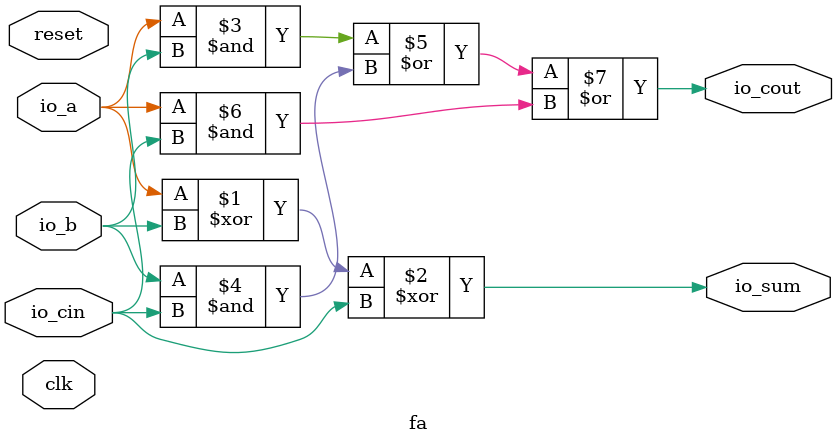
<source format=v>
module fa(
  input   clk,
  input   reset,
  input   io_a,
  input   io_b,
  input   io_cin,
  output  io_sum,
  output  io_cout
);
  assign io_sum = io_a ^ io_b ^ io_cin; // @[FullAdder.scala 17:25]
  assign io_cout = io_a & io_b | io_b & io_cin | io_a & io_cin; // @[FullAdder.scala 19:46]

  // Dump VCD
  initial begin
    $dumpfile("VCD_File.vcd");
    $dumpvars;
  end

endmodule

</source>
